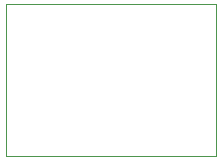
<source format=gbr>
G04 #@! TF.GenerationSoftware,KiCad,Pcbnew,5.1.5+dfsg1-2build2*
G04 #@! TF.CreationDate,2021-08-12T07:43:27+01:00*
G04 #@! TF.ProjectId,picoram,7069636f-7261-46d2-9e6b-696361645f70,rev?*
G04 #@! TF.SameCoordinates,Original*
G04 #@! TF.FileFunction,Profile,NP*
%FSLAX46Y46*%
G04 Gerber Fmt 4.6, Leading zero omitted, Abs format (unit mm)*
G04 Created by KiCad (PCBNEW 5.1.5+dfsg1-2build2) date 2021-08-12 07:43:27*
%MOMM*%
%LPD*%
G04 APERTURE LIST*
%ADD10C,0.050000*%
G04 APERTURE END LIST*
D10*
X147650000Y-119750000D02*
X147600000Y-132600000D01*
X165450000Y-119750000D02*
X147650000Y-119750000D01*
X165450000Y-132600000D02*
X165450000Y-119750000D01*
X147600000Y-132600000D02*
X165450000Y-132600000D01*
M02*

</source>
